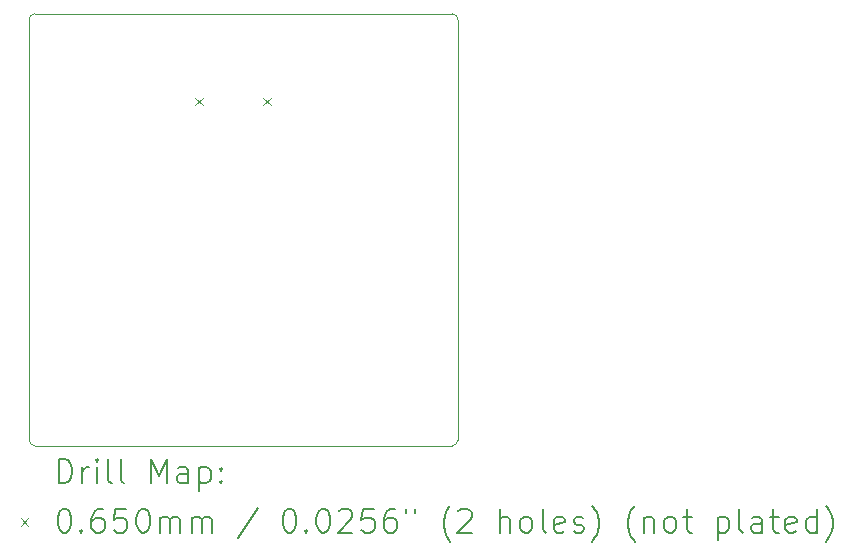
<source format=gbr>
%TF.GenerationSoftware,KiCad,Pcbnew,(6.0.7)*%
%TF.CreationDate,2022-09-27T17:10:28+08:00*%
%TF.ProjectId,51,35312e6b-6963-4616-945f-706362585858,rev?*%
%TF.SameCoordinates,Original*%
%TF.FileFunction,Drillmap*%
%TF.FilePolarity,Positive*%
%FSLAX45Y45*%
G04 Gerber Fmt 4.5, Leading zero omitted, Abs format (unit mm)*
G04 Created by KiCad (PCBNEW (6.0.7)) date 2022-09-27 17:10:28*
%MOMM*%
%LPD*%
G01*
G04 APERTURE LIST*
%ADD10C,0.100000*%
%ADD11C,0.200000*%
%ADD12C,0.065000*%
G04 APERTURE END LIST*
D10*
X11455400Y-3073400D02*
G75*
G03*
X11404600Y-3022600I-50800J0D01*
G01*
X11404600Y-6680200D02*
G75*
G03*
X11455400Y-6629400I0J50800D01*
G01*
X7874000Y-3022600D02*
X11404600Y-3022600D01*
X7823200Y-6629400D02*
X7823200Y-3073400D01*
X11455400Y-3073400D02*
X11455400Y-6629400D01*
X7823200Y-6629400D02*
G75*
G03*
X7874000Y-6680200I50800J0D01*
G01*
X7874000Y-3022600D02*
G75*
G03*
X7823200Y-3073400I0J-50800D01*
G01*
X11404600Y-6680200D02*
X7874000Y-6680200D01*
D11*
D12*
X9228900Y-3732700D02*
X9293900Y-3797700D01*
X9293900Y-3732700D02*
X9228900Y-3797700D01*
X9806900Y-3732700D02*
X9871900Y-3797700D01*
X9871900Y-3732700D02*
X9806900Y-3797700D01*
D11*
X8075819Y-6995676D02*
X8075819Y-6795676D01*
X8123438Y-6795676D01*
X8152009Y-6805200D01*
X8171057Y-6824248D01*
X8180581Y-6843295D01*
X8190105Y-6881390D01*
X8190105Y-6909962D01*
X8180581Y-6948057D01*
X8171057Y-6967105D01*
X8152009Y-6986152D01*
X8123438Y-6995676D01*
X8075819Y-6995676D01*
X8275819Y-6995676D02*
X8275819Y-6862343D01*
X8275819Y-6900438D02*
X8285343Y-6881390D01*
X8294867Y-6871867D01*
X8313914Y-6862343D01*
X8332962Y-6862343D01*
X8399629Y-6995676D02*
X8399629Y-6862343D01*
X8399629Y-6795676D02*
X8390105Y-6805200D01*
X8399629Y-6814724D01*
X8409152Y-6805200D01*
X8399629Y-6795676D01*
X8399629Y-6814724D01*
X8523438Y-6995676D02*
X8504390Y-6986152D01*
X8494867Y-6967105D01*
X8494867Y-6795676D01*
X8628200Y-6995676D02*
X8609152Y-6986152D01*
X8599629Y-6967105D01*
X8599629Y-6795676D01*
X8856771Y-6995676D02*
X8856771Y-6795676D01*
X8923438Y-6938533D01*
X8990105Y-6795676D01*
X8990105Y-6995676D01*
X9171057Y-6995676D02*
X9171057Y-6890914D01*
X9161533Y-6871867D01*
X9142486Y-6862343D01*
X9104390Y-6862343D01*
X9085343Y-6871867D01*
X9171057Y-6986152D02*
X9152010Y-6995676D01*
X9104390Y-6995676D01*
X9085343Y-6986152D01*
X9075819Y-6967105D01*
X9075819Y-6948057D01*
X9085343Y-6929009D01*
X9104390Y-6919486D01*
X9152010Y-6919486D01*
X9171057Y-6909962D01*
X9266295Y-6862343D02*
X9266295Y-7062343D01*
X9266295Y-6871867D02*
X9285343Y-6862343D01*
X9323438Y-6862343D01*
X9342486Y-6871867D01*
X9352010Y-6881390D01*
X9361533Y-6900438D01*
X9361533Y-6957581D01*
X9352010Y-6976628D01*
X9342486Y-6986152D01*
X9323438Y-6995676D01*
X9285343Y-6995676D01*
X9266295Y-6986152D01*
X9447248Y-6976628D02*
X9456771Y-6986152D01*
X9447248Y-6995676D01*
X9437724Y-6986152D01*
X9447248Y-6976628D01*
X9447248Y-6995676D01*
X9447248Y-6871867D02*
X9456771Y-6881390D01*
X9447248Y-6890914D01*
X9437724Y-6881390D01*
X9447248Y-6871867D01*
X9447248Y-6890914D01*
D12*
X7753200Y-7292700D02*
X7818200Y-7357700D01*
X7818200Y-7292700D02*
X7753200Y-7357700D01*
D11*
X8113914Y-7215676D02*
X8132962Y-7215676D01*
X8152009Y-7225200D01*
X8161533Y-7234724D01*
X8171057Y-7253771D01*
X8180581Y-7291867D01*
X8180581Y-7339486D01*
X8171057Y-7377581D01*
X8161533Y-7396628D01*
X8152009Y-7406152D01*
X8132962Y-7415676D01*
X8113914Y-7415676D01*
X8094867Y-7406152D01*
X8085343Y-7396628D01*
X8075819Y-7377581D01*
X8066295Y-7339486D01*
X8066295Y-7291867D01*
X8075819Y-7253771D01*
X8085343Y-7234724D01*
X8094867Y-7225200D01*
X8113914Y-7215676D01*
X8266295Y-7396628D02*
X8275819Y-7406152D01*
X8266295Y-7415676D01*
X8256771Y-7406152D01*
X8266295Y-7396628D01*
X8266295Y-7415676D01*
X8447248Y-7215676D02*
X8409152Y-7215676D01*
X8390105Y-7225200D01*
X8380581Y-7234724D01*
X8361533Y-7263295D01*
X8352009Y-7301390D01*
X8352009Y-7377581D01*
X8361533Y-7396628D01*
X8371057Y-7406152D01*
X8390105Y-7415676D01*
X8428200Y-7415676D01*
X8447248Y-7406152D01*
X8456771Y-7396628D01*
X8466295Y-7377581D01*
X8466295Y-7329962D01*
X8456771Y-7310914D01*
X8447248Y-7301390D01*
X8428200Y-7291867D01*
X8390105Y-7291867D01*
X8371057Y-7301390D01*
X8361533Y-7310914D01*
X8352009Y-7329962D01*
X8647248Y-7215676D02*
X8552010Y-7215676D01*
X8542486Y-7310914D01*
X8552010Y-7301390D01*
X8571057Y-7291867D01*
X8618676Y-7291867D01*
X8637724Y-7301390D01*
X8647248Y-7310914D01*
X8656771Y-7329962D01*
X8656771Y-7377581D01*
X8647248Y-7396628D01*
X8637724Y-7406152D01*
X8618676Y-7415676D01*
X8571057Y-7415676D01*
X8552010Y-7406152D01*
X8542486Y-7396628D01*
X8780581Y-7215676D02*
X8799629Y-7215676D01*
X8818676Y-7225200D01*
X8828200Y-7234724D01*
X8837724Y-7253771D01*
X8847248Y-7291867D01*
X8847248Y-7339486D01*
X8837724Y-7377581D01*
X8828200Y-7396628D01*
X8818676Y-7406152D01*
X8799629Y-7415676D01*
X8780581Y-7415676D01*
X8761533Y-7406152D01*
X8752010Y-7396628D01*
X8742486Y-7377581D01*
X8732962Y-7339486D01*
X8732962Y-7291867D01*
X8742486Y-7253771D01*
X8752010Y-7234724D01*
X8761533Y-7225200D01*
X8780581Y-7215676D01*
X8932962Y-7415676D02*
X8932962Y-7282343D01*
X8932962Y-7301390D02*
X8942486Y-7291867D01*
X8961533Y-7282343D01*
X8990105Y-7282343D01*
X9009152Y-7291867D01*
X9018676Y-7310914D01*
X9018676Y-7415676D01*
X9018676Y-7310914D02*
X9028200Y-7291867D01*
X9047248Y-7282343D01*
X9075819Y-7282343D01*
X9094867Y-7291867D01*
X9104390Y-7310914D01*
X9104390Y-7415676D01*
X9199629Y-7415676D02*
X9199629Y-7282343D01*
X9199629Y-7301390D02*
X9209152Y-7291867D01*
X9228200Y-7282343D01*
X9256771Y-7282343D01*
X9275819Y-7291867D01*
X9285343Y-7310914D01*
X9285343Y-7415676D01*
X9285343Y-7310914D02*
X9294867Y-7291867D01*
X9313914Y-7282343D01*
X9342486Y-7282343D01*
X9361533Y-7291867D01*
X9371057Y-7310914D01*
X9371057Y-7415676D01*
X9761533Y-7206152D02*
X9590105Y-7463295D01*
X10018676Y-7215676D02*
X10037724Y-7215676D01*
X10056771Y-7225200D01*
X10066295Y-7234724D01*
X10075819Y-7253771D01*
X10085343Y-7291867D01*
X10085343Y-7339486D01*
X10075819Y-7377581D01*
X10066295Y-7396628D01*
X10056771Y-7406152D01*
X10037724Y-7415676D01*
X10018676Y-7415676D01*
X9999629Y-7406152D01*
X9990105Y-7396628D01*
X9980581Y-7377581D01*
X9971057Y-7339486D01*
X9971057Y-7291867D01*
X9980581Y-7253771D01*
X9990105Y-7234724D01*
X9999629Y-7225200D01*
X10018676Y-7215676D01*
X10171057Y-7396628D02*
X10180581Y-7406152D01*
X10171057Y-7415676D01*
X10161533Y-7406152D01*
X10171057Y-7396628D01*
X10171057Y-7415676D01*
X10304390Y-7215676D02*
X10323438Y-7215676D01*
X10342486Y-7225200D01*
X10352010Y-7234724D01*
X10361533Y-7253771D01*
X10371057Y-7291867D01*
X10371057Y-7339486D01*
X10361533Y-7377581D01*
X10352010Y-7396628D01*
X10342486Y-7406152D01*
X10323438Y-7415676D01*
X10304390Y-7415676D01*
X10285343Y-7406152D01*
X10275819Y-7396628D01*
X10266295Y-7377581D01*
X10256771Y-7339486D01*
X10256771Y-7291867D01*
X10266295Y-7253771D01*
X10275819Y-7234724D01*
X10285343Y-7225200D01*
X10304390Y-7215676D01*
X10447248Y-7234724D02*
X10456771Y-7225200D01*
X10475819Y-7215676D01*
X10523438Y-7215676D01*
X10542486Y-7225200D01*
X10552010Y-7234724D01*
X10561533Y-7253771D01*
X10561533Y-7272819D01*
X10552010Y-7301390D01*
X10437724Y-7415676D01*
X10561533Y-7415676D01*
X10742486Y-7215676D02*
X10647248Y-7215676D01*
X10637724Y-7310914D01*
X10647248Y-7301390D01*
X10666295Y-7291867D01*
X10713914Y-7291867D01*
X10732962Y-7301390D01*
X10742486Y-7310914D01*
X10752010Y-7329962D01*
X10752010Y-7377581D01*
X10742486Y-7396628D01*
X10732962Y-7406152D01*
X10713914Y-7415676D01*
X10666295Y-7415676D01*
X10647248Y-7406152D01*
X10637724Y-7396628D01*
X10923438Y-7215676D02*
X10885343Y-7215676D01*
X10866295Y-7225200D01*
X10856771Y-7234724D01*
X10837724Y-7263295D01*
X10828200Y-7301390D01*
X10828200Y-7377581D01*
X10837724Y-7396628D01*
X10847248Y-7406152D01*
X10866295Y-7415676D01*
X10904390Y-7415676D01*
X10923438Y-7406152D01*
X10932962Y-7396628D01*
X10942486Y-7377581D01*
X10942486Y-7329962D01*
X10932962Y-7310914D01*
X10923438Y-7301390D01*
X10904390Y-7291867D01*
X10866295Y-7291867D01*
X10847248Y-7301390D01*
X10837724Y-7310914D01*
X10828200Y-7329962D01*
X11018676Y-7215676D02*
X11018676Y-7253771D01*
X11094867Y-7215676D02*
X11094867Y-7253771D01*
X11390105Y-7491867D02*
X11380581Y-7482343D01*
X11361533Y-7453771D01*
X11352009Y-7434724D01*
X11342486Y-7406152D01*
X11332962Y-7358533D01*
X11332962Y-7320438D01*
X11342486Y-7272819D01*
X11352009Y-7244248D01*
X11361533Y-7225200D01*
X11380581Y-7196628D01*
X11390105Y-7187105D01*
X11456771Y-7234724D02*
X11466295Y-7225200D01*
X11485343Y-7215676D01*
X11532962Y-7215676D01*
X11552009Y-7225200D01*
X11561533Y-7234724D01*
X11571057Y-7253771D01*
X11571057Y-7272819D01*
X11561533Y-7301390D01*
X11447248Y-7415676D01*
X11571057Y-7415676D01*
X11809152Y-7415676D02*
X11809152Y-7215676D01*
X11894867Y-7415676D02*
X11894867Y-7310914D01*
X11885343Y-7291867D01*
X11866295Y-7282343D01*
X11837724Y-7282343D01*
X11818676Y-7291867D01*
X11809152Y-7301390D01*
X12018676Y-7415676D02*
X11999628Y-7406152D01*
X11990105Y-7396628D01*
X11980581Y-7377581D01*
X11980581Y-7320438D01*
X11990105Y-7301390D01*
X11999628Y-7291867D01*
X12018676Y-7282343D01*
X12047248Y-7282343D01*
X12066295Y-7291867D01*
X12075819Y-7301390D01*
X12085343Y-7320438D01*
X12085343Y-7377581D01*
X12075819Y-7396628D01*
X12066295Y-7406152D01*
X12047248Y-7415676D01*
X12018676Y-7415676D01*
X12199628Y-7415676D02*
X12180581Y-7406152D01*
X12171057Y-7387105D01*
X12171057Y-7215676D01*
X12352009Y-7406152D02*
X12332962Y-7415676D01*
X12294867Y-7415676D01*
X12275819Y-7406152D01*
X12266295Y-7387105D01*
X12266295Y-7310914D01*
X12275819Y-7291867D01*
X12294867Y-7282343D01*
X12332962Y-7282343D01*
X12352009Y-7291867D01*
X12361533Y-7310914D01*
X12361533Y-7329962D01*
X12266295Y-7349009D01*
X12437724Y-7406152D02*
X12456771Y-7415676D01*
X12494867Y-7415676D01*
X12513914Y-7406152D01*
X12523438Y-7387105D01*
X12523438Y-7377581D01*
X12513914Y-7358533D01*
X12494867Y-7349009D01*
X12466295Y-7349009D01*
X12447248Y-7339486D01*
X12437724Y-7320438D01*
X12437724Y-7310914D01*
X12447248Y-7291867D01*
X12466295Y-7282343D01*
X12494867Y-7282343D01*
X12513914Y-7291867D01*
X12590105Y-7491867D02*
X12599628Y-7482343D01*
X12618676Y-7453771D01*
X12628200Y-7434724D01*
X12637724Y-7406152D01*
X12647248Y-7358533D01*
X12647248Y-7320438D01*
X12637724Y-7272819D01*
X12628200Y-7244248D01*
X12618676Y-7225200D01*
X12599628Y-7196628D01*
X12590105Y-7187105D01*
X12952009Y-7491867D02*
X12942486Y-7482343D01*
X12923438Y-7453771D01*
X12913914Y-7434724D01*
X12904390Y-7406152D01*
X12894867Y-7358533D01*
X12894867Y-7320438D01*
X12904390Y-7272819D01*
X12913914Y-7244248D01*
X12923438Y-7225200D01*
X12942486Y-7196628D01*
X12952009Y-7187105D01*
X13028200Y-7282343D02*
X13028200Y-7415676D01*
X13028200Y-7301390D02*
X13037724Y-7291867D01*
X13056771Y-7282343D01*
X13085343Y-7282343D01*
X13104390Y-7291867D01*
X13113914Y-7310914D01*
X13113914Y-7415676D01*
X13237724Y-7415676D02*
X13218676Y-7406152D01*
X13209152Y-7396628D01*
X13199628Y-7377581D01*
X13199628Y-7320438D01*
X13209152Y-7301390D01*
X13218676Y-7291867D01*
X13237724Y-7282343D01*
X13266295Y-7282343D01*
X13285343Y-7291867D01*
X13294867Y-7301390D01*
X13304390Y-7320438D01*
X13304390Y-7377581D01*
X13294867Y-7396628D01*
X13285343Y-7406152D01*
X13266295Y-7415676D01*
X13237724Y-7415676D01*
X13361533Y-7282343D02*
X13437724Y-7282343D01*
X13390105Y-7215676D02*
X13390105Y-7387105D01*
X13399628Y-7406152D01*
X13418676Y-7415676D01*
X13437724Y-7415676D01*
X13656771Y-7282343D02*
X13656771Y-7482343D01*
X13656771Y-7291867D02*
X13675819Y-7282343D01*
X13713914Y-7282343D01*
X13732962Y-7291867D01*
X13742486Y-7301390D01*
X13752009Y-7320438D01*
X13752009Y-7377581D01*
X13742486Y-7396628D01*
X13732962Y-7406152D01*
X13713914Y-7415676D01*
X13675819Y-7415676D01*
X13656771Y-7406152D01*
X13866295Y-7415676D02*
X13847248Y-7406152D01*
X13837724Y-7387105D01*
X13837724Y-7215676D01*
X14028200Y-7415676D02*
X14028200Y-7310914D01*
X14018676Y-7291867D01*
X13999628Y-7282343D01*
X13961533Y-7282343D01*
X13942486Y-7291867D01*
X14028200Y-7406152D02*
X14009152Y-7415676D01*
X13961533Y-7415676D01*
X13942486Y-7406152D01*
X13932962Y-7387105D01*
X13932962Y-7368057D01*
X13942486Y-7349009D01*
X13961533Y-7339486D01*
X14009152Y-7339486D01*
X14028200Y-7329962D01*
X14094867Y-7282343D02*
X14171057Y-7282343D01*
X14123438Y-7215676D02*
X14123438Y-7387105D01*
X14132962Y-7406152D01*
X14152009Y-7415676D01*
X14171057Y-7415676D01*
X14313914Y-7406152D02*
X14294867Y-7415676D01*
X14256771Y-7415676D01*
X14237724Y-7406152D01*
X14228200Y-7387105D01*
X14228200Y-7310914D01*
X14237724Y-7291867D01*
X14256771Y-7282343D01*
X14294867Y-7282343D01*
X14313914Y-7291867D01*
X14323438Y-7310914D01*
X14323438Y-7329962D01*
X14228200Y-7349009D01*
X14494867Y-7415676D02*
X14494867Y-7215676D01*
X14494867Y-7406152D02*
X14475819Y-7415676D01*
X14437724Y-7415676D01*
X14418676Y-7406152D01*
X14409152Y-7396628D01*
X14399628Y-7377581D01*
X14399628Y-7320438D01*
X14409152Y-7301390D01*
X14418676Y-7291867D01*
X14437724Y-7282343D01*
X14475819Y-7282343D01*
X14494867Y-7291867D01*
X14571057Y-7491867D02*
X14580581Y-7482343D01*
X14599628Y-7453771D01*
X14609152Y-7434724D01*
X14618676Y-7406152D01*
X14628200Y-7358533D01*
X14628200Y-7320438D01*
X14618676Y-7272819D01*
X14609152Y-7244248D01*
X14599628Y-7225200D01*
X14580581Y-7196628D01*
X14571057Y-7187105D01*
M02*

</source>
